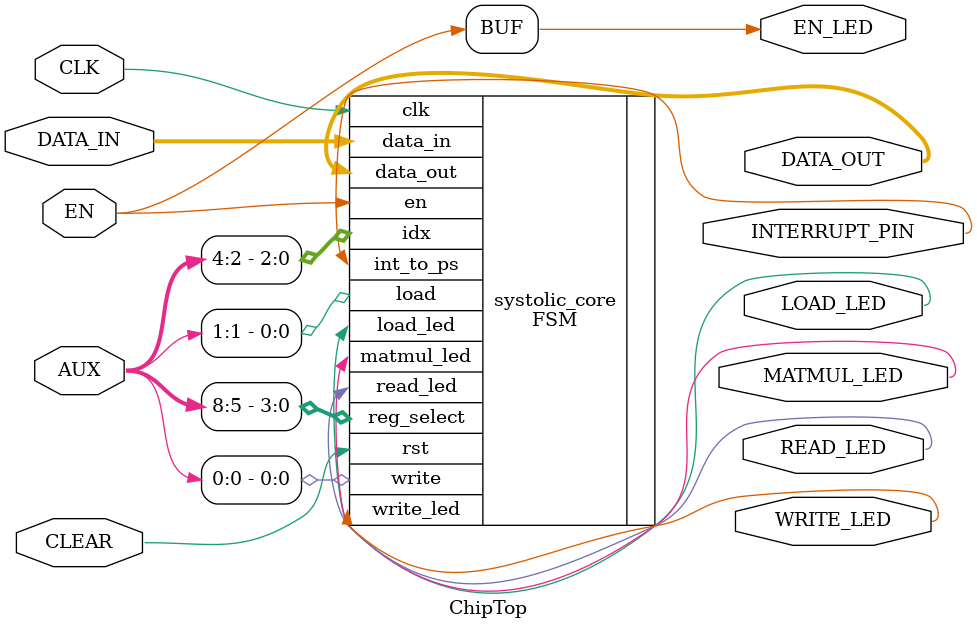
<source format=v>
`timescale 1ns / 1ps



module ChipTop(
    input EN,
    input CLK,
    input CLEAR,
    input [8:0] AUX,
    input [15:0] DATA_IN,
    output [15:0] DATA_OUT,
    output INTERRUPT_PIN,
    output READ_LED,
    output WRITE_LED,
    output LOAD_LED,
    output MATMUL_LED,
    output EN_LED
    );
    

    FSM systolic_core(
        .rst(CLEAR), .clk(CLK), .en(EN), .write(AUX[0]), .load(AUX[1]), .data_in(DATA_IN),
        .idx(AUX[4:2]), .reg_select(AUX[8:5]), .data_out(DATA_OUT), .int_to_ps(INTERRUPT_PIN),
        .read_led(READ_LED), .write_led(WRITE_LED), .load_led(LOAD_LED), .matmul_led(MATMUL_LED)
    );
    
    assign EN_LED = EN;
    
    
    
    
endmodule

</source>
